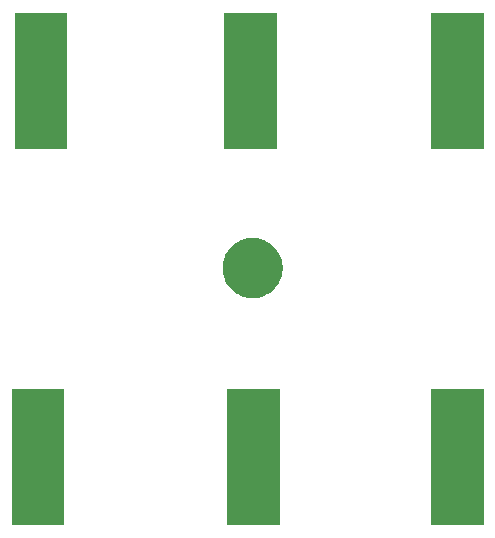
<source format=gbr>
G04 #@! TF.GenerationSoftware,KiCad,Pcbnew,9.0.2*
G04 #@! TF.CreationDate,2025-10-23T20:16:51-04:00*
G04 #@! TF.ProjectId,Trackball,54726163-6b62-4616-9c6c-2e6b69636164,rev?*
G04 #@! TF.SameCoordinates,Original*
G04 #@! TF.FileFunction,Soldermask,Bot*
G04 #@! TF.FilePolarity,Negative*
%FSLAX46Y46*%
G04 Gerber Fmt 4.6, Leading zero omitted, Abs format (unit mm)*
G04 Created by KiCad (PCBNEW 9.0.2) date 2025-10-23 20:16:51*
%MOMM*%
%LPD*%
G01*
G04 APERTURE LIST*
G04 APERTURE END LIST*
G36*
X-33830866Y-91828806D02*
G01*
X-33824653Y-91835018D01*
X-33823583Y-91835462D01*
X-33810462Y-91848583D01*
X-33810018Y-91849653D01*
X-33803806Y-91855866D01*
X-33800000Y-91875000D01*
X-33800000Y-103325000D01*
X-33803806Y-103344134D01*
X-33810019Y-103350347D01*
X-33810462Y-103351416D01*
X-33823583Y-103364537D01*
X-33824651Y-103364979D01*
X-33830866Y-103371194D01*
X-33850000Y-103375000D01*
X-33856143Y-103375000D01*
X-38193857Y-103375000D01*
X-38200000Y-103375000D01*
X-38219134Y-103371194D01*
X-38225349Y-103364978D01*
X-38226416Y-103364537D01*
X-38239537Y-103351416D01*
X-38239978Y-103350349D01*
X-38246194Y-103344134D01*
X-38250000Y-103325000D01*
X-38250000Y-91875000D01*
X-38246194Y-91855866D01*
X-38239979Y-91849651D01*
X-38239537Y-91848583D01*
X-38226416Y-91835462D01*
X-38225347Y-91835019D01*
X-38219134Y-91828806D01*
X-38200000Y-91825000D01*
X-33850000Y-91825000D01*
X-33830866Y-91828806D01*
G37*
G36*
X-15580866Y-91828806D02*
G01*
X-15574653Y-91835018D01*
X-15573583Y-91835462D01*
X-15560462Y-91848583D01*
X-15560018Y-91849653D01*
X-15553806Y-91855866D01*
X-15550000Y-91875000D01*
X-15550000Y-103325000D01*
X-15553806Y-103344134D01*
X-15560019Y-103350347D01*
X-15560462Y-103351416D01*
X-15573583Y-103364537D01*
X-15574651Y-103364979D01*
X-15580866Y-103371194D01*
X-15600000Y-103375000D01*
X-15606143Y-103375000D01*
X-19943857Y-103375000D01*
X-19950000Y-103375000D01*
X-19969134Y-103371194D01*
X-19975349Y-103364978D01*
X-19976416Y-103364537D01*
X-19989537Y-103351416D01*
X-19989978Y-103350349D01*
X-19996194Y-103344134D01*
X-20000000Y-103325000D01*
X-20000000Y-91875000D01*
X-19996194Y-91855866D01*
X-19989979Y-91849651D01*
X-19989537Y-91848583D01*
X-19976416Y-91835462D01*
X-19975347Y-91835019D01*
X-19969134Y-91828806D01*
X-19950000Y-91825000D01*
X-15600000Y-91825000D01*
X-15580866Y-91828806D01*
G37*
G36*
X1669134Y-91828806D02*
G01*
X1675347Y-91835019D01*
X1676416Y-91835462D01*
X1689537Y-91848583D01*
X1689979Y-91849651D01*
X1696194Y-91855866D01*
X1700000Y-91875000D01*
X1700000Y-103325000D01*
X1696194Y-103344134D01*
X1689978Y-103350349D01*
X1689537Y-103351416D01*
X1676416Y-103364537D01*
X1675349Y-103364978D01*
X1669134Y-103371194D01*
X1650000Y-103375000D01*
X1643857Y-103375000D01*
X-2693857Y-103375000D01*
X-2700000Y-103375000D01*
X-2719134Y-103371194D01*
X-2725349Y-103364978D01*
X-2726416Y-103364537D01*
X-2739537Y-103351416D01*
X-2739978Y-103350349D01*
X-2746194Y-103344134D01*
X-2750000Y-103325000D01*
X-2750000Y-91875000D01*
X-2746194Y-91855866D01*
X-2739979Y-91849651D01*
X-2739537Y-91848583D01*
X-2726416Y-91835462D01*
X-2725347Y-91835019D01*
X-2719134Y-91828806D01*
X-2700000Y-91825000D01*
X1650000Y-91825000D01*
X1669134Y-91828806D01*
G37*
G36*
X-17432692Y-79085043D02*
G01*
X-17153793Y-79148700D01*
X-16883775Y-79243183D01*
X-16626033Y-79367305D01*
X-16383810Y-79519504D01*
X-16160150Y-79697867D01*
X-15957867Y-79900150D01*
X-15779504Y-80123810D01*
X-15627305Y-80366033D01*
X-15503183Y-80623775D01*
X-15408700Y-80893793D01*
X-15345043Y-81172692D01*
X-15313013Y-81456964D01*
X-15313013Y-81743036D01*
X-15345043Y-82027308D01*
X-15408700Y-82306207D01*
X-15503183Y-82576225D01*
X-15627305Y-82833967D01*
X-15779504Y-83076190D01*
X-15957867Y-83299850D01*
X-16160150Y-83502133D01*
X-16383810Y-83680496D01*
X-16626033Y-83832695D01*
X-16883775Y-83956817D01*
X-17153793Y-84051300D01*
X-17432692Y-84114957D01*
X-17716964Y-84146987D01*
X-18003036Y-84146987D01*
X-18287308Y-84114957D01*
X-18566207Y-84051300D01*
X-18836225Y-83956817D01*
X-19093967Y-83832695D01*
X-19336190Y-83680496D01*
X-19559850Y-83502133D01*
X-19762133Y-83299850D01*
X-19940496Y-83076190D01*
X-20092695Y-82833967D01*
X-20216817Y-82576225D01*
X-20311300Y-82306207D01*
X-20374957Y-82027308D01*
X-20406987Y-81743036D01*
X-20406987Y-81456964D01*
X-20374957Y-81172692D01*
X-20311300Y-80893793D01*
X-20216817Y-80623775D01*
X-20092695Y-80366033D01*
X-19940496Y-80123810D01*
X-19762133Y-79900150D01*
X-19559850Y-79697867D01*
X-19336190Y-79519504D01*
X-19093967Y-79367305D01*
X-18836225Y-79243183D01*
X-18566207Y-79148700D01*
X-18287308Y-79085043D01*
X-18003036Y-79053013D01*
X-17716964Y-79053013D01*
X-17432692Y-79085043D01*
G37*
G36*
X-33580866Y-60003806D02*
G01*
X-33574653Y-60010018D01*
X-33573583Y-60010462D01*
X-33560462Y-60023583D01*
X-33560018Y-60024653D01*
X-33553806Y-60030866D01*
X-33550000Y-60050000D01*
X-33550000Y-71500000D01*
X-33553806Y-71519134D01*
X-33560019Y-71525347D01*
X-33560462Y-71526416D01*
X-33573583Y-71539537D01*
X-33574651Y-71539979D01*
X-33580866Y-71546194D01*
X-33600000Y-71550000D01*
X-33606143Y-71550000D01*
X-37943857Y-71550000D01*
X-37950000Y-71550000D01*
X-37969134Y-71546194D01*
X-37975349Y-71539978D01*
X-37976416Y-71539537D01*
X-37989537Y-71526416D01*
X-37989978Y-71525349D01*
X-37996194Y-71519134D01*
X-38000000Y-71500000D01*
X-38000000Y-60050000D01*
X-37996194Y-60030866D01*
X-37989979Y-60024651D01*
X-37989537Y-60023583D01*
X-37976416Y-60010462D01*
X-37975347Y-60010019D01*
X-37969134Y-60003806D01*
X-37950000Y-60000000D01*
X-33600000Y-60000000D01*
X-33580866Y-60003806D01*
G37*
G36*
X-15830866Y-60003806D02*
G01*
X-15824653Y-60010018D01*
X-15823583Y-60010462D01*
X-15810462Y-60023583D01*
X-15810018Y-60024653D01*
X-15803806Y-60030866D01*
X-15800000Y-60050000D01*
X-15800000Y-71500000D01*
X-15803806Y-71519134D01*
X-15810019Y-71525347D01*
X-15810462Y-71526416D01*
X-15823583Y-71539537D01*
X-15824651Y-71539979D01*
X-15830866Y-71546194D01*
X-15850000Y-71550000D01*
X-15856143Y-71550000D01*
X-20193857Y-71550000D01*
X-20200000Y-71550000D01*
X-20219134Y-71546194D01*
X-20225349Y-71539978D01*
X-20226416Y-71539537D01*
X-20239537Y-71526416D01*
X-20239978Y-71525349D01*
X-20246194Y-71519134D01*
X-20250000Y-71500000D01*
X-20250000Y-60050000D01*
X-20246194Y-60030866D01*
X-20239979Y-60024651D01*
X-20239537Y-60023583D01*
X-20226416Y-60010462D01*
X-20225347Y-60010019D01*
X-20219134Y-60003806D01*
X-20200000Y-60000000D01*
X-15850000Y-60000000D01*
X-15830866Y-60003806D01*
G37*
G36*
X1669134Y-60003806D02*
G01*
X1675347Y-60010019D01*
X1676416Y-60010462D01*
X1689537Y-60023583D01*
X1689979Y-60024651D01*
X1696194Y-60030866D01*
X1700000Y-60050000D01*
X1700000Y-71500000D01*
X1696194Y-71519134D01*
X1689978Y-71525349D01*
X1689537Y-71526416D01*
X1676416Y-71539537D01*
X1675349Y-71539978D01*
X1669134Y-71546194D01*
X1650000Y-71550000D01*
X1643857Y-71550000D01*
X-2693857Y-71550000D01*
X-2700000Y-71550000D01*
X-2719134Y-71546194D01*
X-2725349Y-71539978D01*
X-2726416Y-71539537D01*
X-2739537Y-71526416D01*
X-2739978Y-71525349D01*
X-2746194Y-71519134D01*
X-2750000Y-71500000D01*
X-2750000Y-60050000D01*
X-2746194Y-60030866D01*
X-2739979Y-60024651D01*
X-2739537Y-60023583D01*
X-2726416Y-60010462D01*
X-2725347Y-60010019D01*
X-2719134Y-60003806D01*
X-2700000Y-60000000D01*
X1650000Y-60000000D01*
X1669134Y-60003806D01*
G37*
M02*

</source>
